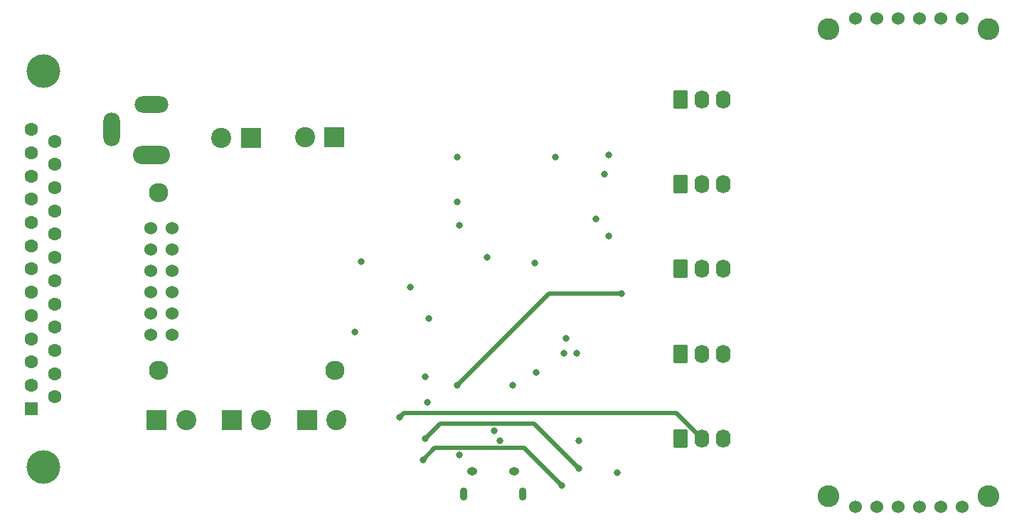
<source format=gbr>
%TF.GenerationSoftware,KiCad,Pcbnew,(6.0.0-0)*%
%TF.CreationDate,2022-12-05T15:29:02-05:00*%
%TF.ProjectId,Dome_Controller_V2,446f6d65-5f43-46f6-9e74-726f6c6c6572,2.0*%
%TF.SameCoordinates,Original*%
%TF.FileFunction,Copper,L3,Inr*%
%TF.FilePolarity,Positive*%
%FSLAX46Y46*%
G04 Gerber Fmt 4.6, Leading zero omitted, Abs format (unit mm)*
G04 Created by KiCad (PCBNEW (6.0.0-0)) date 2022-12-05 15:29:02*
%MOMM*%
%LPD*%
G01*
G04 APERTURE LIST*
G04 Aperture macros list*
%AMRoundRect*
0 Rectangle with rounded corners*
0 $1 Rounding radius*
0 $2 $3 $4 $5 $6 $7 $8 $9 X,Y pos of 4 corners*
0 Add a 4 corners polygon primitive as box body*
4,1,4,$2,$3,$4,$5,$6,$7,$8,$9,$2,$3,0*
0 Add four circle primitives for the rounded corners*
1,1,$1+$1,$2,$3*
1,1,$1+$1,$4,$5*
1,1,$1+$1,$6,$7*
1,1,$1+$1,$8,$9*
0 Add four rect primitives between the rounded corners*
20,1,$1+$1,$2,$3,$4,$5,0*
20,1,$1+$1,$4,$5,$6,$7,0*
20,1,$1+$1,$6,$7,$8,$9,0*
20,1,$1+$1,$8,$9,$2,$3,0*%
G04 Aperture macros list end*
%TA.AperFunction,ComponentPad*%
%ADD10R,2.400000X2.400000*%
%TD*%
%TA.AperFunction,ComponentPad*%
%ADD11C,2.400000*%
%TD*%
%TA.AperFunction,ComponentPad*%
%ADD12O,4.400000X2.200000*%
%TD*%
%TA.AperFunction,ComponentPad*%
%ADD13O,4.000000X2.000000*%
%TD*%
%TA.AperFunction,ComponentPad*%
%ADD14O,2.000000X4.000000*%
%TD*%
%TA.AperFunction,ComponentPad*%
%ADD15RoundRect,0.250000X-0.620000X-0.845000X0.620000X-0.845000X0.620000X0.845000X-0.620000X0.845000X0*%
%TD*%
%TA.AperFunction,ComponentPad*%
%ADD16O,1.740000X2.190000*%
%TD*%
%TA.AperFunction,ComponentPad*%
%ADD17O,1.250000X0.950000*%
%TD*%
%TA.AperFunction,ComponentPad*%
%ADD18O,0.890000X1.550000*%
%TD*%
%TA.AperFunction,ComponentPad*%
%ADD19C,1.524000*%
%TD*%
%TA.AperFunction,ComponentPad*%
%ADD20C,2.300000*%
%TD*%
%TA.AperFunction,ComponentPad*%
%ADD21C,2.600000*%
%TD*%
%TA.AperFunction,ComponentPad*%
%ADD22C,4.000000*%
%TD*%
%TA.AperFunction,ComponentPad*%
%ADD23R,1.600000X1.600000*%
%TD*%
%TA.AperFunction,ComponentPad*%
%ADD24C,1.600000*%
%TD*%
%TA.AperFunction,ViaPad*%
%ADD25C,0.800000*%
%TD*%
%TA.AperFunction,Conductor*%
%ADD26C,0.500000*%
%TD*%
G04 APERTURE END LIST*
D10*
%TO.N,GND*%
%TO.C,J7*%
X75960000Y-99686000D03*
D11*
%TO.N,+5V*%
X79460000Y-99686000D03*
%TD*%
D12*
%TO.N,+12V*%
%TO.C,J14*%
X75314000Y-68124000D03*
D13*
%TO.N,GND*%
X75314000Y-62124000D03*
D14*
X70614000Y-65124000D03*
%TD*%
D15*
%TO.N,GND*%
%TO.C,J4*%
X138342000Y-81723000D03*
D16*
%TO.N,RX_RS*%
X140882000Y-81723000D03*
%TO.N,TX_RS*%
X143422000Y-81723000D03*
%TD*%
D17*
%TO.N,unconnected-(J1-Pad6)*%
%TO.C,J1*%
X118488000Y-105808000D03*
D18*
X112488000Y-108508000D03*
X119488000Y-108508000D03*
D17*
X113488000Y-105808000D03*
%TD*%
D15*
%TO.N,GND*%
%TO.C,J10*%
X138342000Y-61534000D03*
D16*
%TO.N,+5V*%
X140882000Y-61534000D03*
%TO.N,TX_PSI*%
X143422000Y-61534000D03*
%TD*%
D10*
%TO.N,GND*%
%TO.C,J9*%
X84899000Y-99686000D03*
D11*
%TO.N,+5V*%
X88399000Y-99686000D03*
%TD*%
D15*
%TO.N,GND*%
%TO.C,J11*%
X138342000Y-91817500D03*
D16*
%TO.N,RX_FU*%
X140882000Y-91817500D03*
%TO.N,TX_FU*%
X143422000Y-91817500D03*
%TD*%
D10*
%TO.N,GND*%
%TO.C,J8*%
X93838000Y-99686000D03*
D11*
%TO.N,+5V*%
X97338000Y-99686000D03*
%TD*%
D19*
%TO.N,+5V*%
%TO.C,U6*%
X75279000Y-76841000D03*
%TO.N,GND*%
X75279000Y-79381000D03*
X75279000Y-81921000D03*
%TO.N,+12V*%
X75279000Y-84461000D03*
%TO.N,unconnected-(U6-Pad5)*%
X75279000Y-87001000D03*
%TO.N,unconnected-(U6-Pad6)*%
X75279000Y-89541000D03*
%TO.N,unconnected-(U6-Pad7)*%
X77819000Y-89541000D03*
%TO.N,unconnected-(U6-Pad8)*%
X77819000Y-87001000D03*
%TO.N,+12V*%
X77819000Y-84461000D03*
%TO.N,GND*%
X77819000Y-81921000D03*
X77819000Y-79381000D03*
%TO.N,+5V*%
X77819000Y-76841000D03*
D20*
%TO.N,N/C*%
X76209000Y-72591000D03*
X76209000Y-93791000D03*
X97209000Y-93791000D03*
%TD*%
D10*
%TO.N,GND*%
%TO.C,J5*%
X87160000Y-66064000D03*
D11*
%TO.N,+12V*%
X83660000Y-66064000D03*
%TD*%
D19*
%TO.N,GND*%
%TO.C,U7*%
X159144000Y-110077000D03*
%TO.N,unconnected-(U7-Pad2)*%
X161684000Y-110077000D03*
%TO.N,SCL*%
X164224000Y-110077000D03*
%TO.N,SDA*%
X166764000Y-110077000D03*
%TO.N,+3.3V*%
X169304000Y-110077000D03*
%TO.N,+5V*%
X171844000Y-110077000D03*
%TO.N,GND*%
X159144000Y-51911000D03*
%TO.N,unconnected-(U7-Pad8)*%
X161684000Y-51911000D03*
%TO.N,SCL*%
X164224000Y-51911000D03*
%TO.N,SDA*%
X166764000Y-51911000D03*
%TO.N,+3.3V*%
X169304000Y-51911000D03*
%TO.N,+5V*%
X171844000Y-51911000D03*
D21*
%TO.N,N/C*%
X155969000Y-53181000D03*
X175019000Y-53181000D03*
X175019000Y-108807000D03*
X155969000Y-108807000D03*
%TD*%
D10*
%TO.N,GND*%
%TO.C,J6*%
X97086000Y-66060000D03*
D11*
%TO.N,+12V*%
X93586000Y-66060000D03*
%TD*%
D22*
%TO.N,unconnected-(J13-Pad0)*%
%TO.C,J13*%
X62423338Y-105272000D03*
X62423338Y-58172000D03*
D23*
%TO.N,+12V*%
X61003338Y-98342000D03*
D24*
X61003338Y-95572000D03*
%TO.N,GND*%
X61003338Y-92802000D03*
X61003338Y-90032000D03*
%TO.N,VBUS*%
X61003338Y-87262000D03*
%TO.N,D-*%
X61003338Y-84492000D03*
%TO.N,unconnected-(J13-Pad7)*%
X61003338Y-81722000D03*
%TO.N,unconnected-(J13-Pad8)*%
X61003338Y-78952000D03*
%TO.N,unconnected-(J13-Pad9)*%
X61003338Y-76182000D03*
%TO.N,GND*%
X61003338Y-73412000D03*
X61003338Y-70642000D03*
%TO.N,+12V*%
X61003338Y-67872000D03*
X61003338Y-65102000D03*
X63843338Y-96957000D03*
X63843338Y-94187000D03*
%TO.N,GND*%
X63843338Y-91417000D03*
X63843338Y-88647000D03*
X63843338Y-85877000D03*
%TO.N,D+*%
X63843338Y-83107000D03*
%TO.N,unconnected-(J13-Pad20)*%
X63843338Y-80337000D03*
%TO.N,unconnected-(J13-Pad21)*%
X63843338Y-77567000D03*
%TO.N,GND*%
X63843338Y-74797000D03*
X63843338Y-72027000D03*
%TO.N,+12V*%
X63843338Y-69257000D03*
X63843338Y-66487000D03*
%TD*%
D15*
%TO.N,GND*%
%TO.C,J12*%
X138342000Y-71628500D03*
D16*
%TO.N,RX_HP*%
X140882000Y-71628500D03*
%TO.N,TX_HP*%
X143422000Y-71628500D03*
%TD*%
D15*
%TO.N,GND*%
%TO.C,J16*%
X138342000Y-101912000D03*
D16*
%TO.N,+5V*%
X140882000Y-101912000D03*
%TO.N,CL_D*%
X143422000Y-101912000D03*
%TD*%
D25*
%TO.N,RX_FU*%
X128240000Y-75756000D03*
%TO.N,GND*%
X112027000Y-103907000D03*
X108346500Y-87612500D03*
X118357000Y-95545000D03*
X124684000Y-89980000D03*
X100300000Y-80836000D03*
X99538000Y-89218000D03*
%TO.N,+3.3V*%
X121128000Y-94044000D03*
X106142000Y-83884000D03*
X130780000Y-105982000D03*
%TO.N,VBUS*%
X107920000Y-94552000D03*
%TO.N,D-*%
X116111500Y-100965500D03*
%TO.N,D+*%
X116810000Y-102172000D03*
%TO.N,+5V*%
X111730000Y-95568000D03*
X126208000Y-105474000D03*
X107920000Y-101918000D03*
X124176000Y-107506000D03*
X107666000Y-104458000D03*
X108174000Y-97600000D03*
X104872000Y-99378000D03*
X131288000Y-84646000D03*
%TO.N,TX_RS*%
X121001000Y-80963000D03*
%TO.N,CL_D*%
X123414000Y-68390000D03*
%TO.N,TX_HP*%
X111730000Y-73724000D03*
%TO.N,RX_HP*%
X111984000Y-76518000D03*
%TO.N,TX_FU*%
X129764000Y-77788000D03*
%TO.N,TX_PSI*%
X115286000Y-80328000D03*
%TO.N,TXD0*%
X125954000Y-91758000D03*
X129764000Y-68136000D03*
%TO.N,RXD0*%
X124430000Y-91758000D03*
X129256000Y-70422000D03*
%TO.N,RESET*%
X126208000Y-102172000D03*
X111730000Y-68390000D03*
%TD*%
D26*
%TO.N,+5V*%
X109722011Y-100115989D02*
X107920000Y-101918000D01*
X126208000Y-105474000D02*
X120849989Y-100115989D01*
X105380000Y-98870000D02*
X137840000Y-98870000D01*
X109066511Y-103057489D02*
X119727489Y-103057489D01*
X122652000Y-84646000D02*
X111730000Y-95568000D01*
X119727489Y-103057489D02*
X124176000Y-107506000D01*
X104872000Y-99378000D02*
X105380000Y-98870000D01*
X120849989Y-100115989D02*
X109722011Y-100115989D01*
X107666000Y-104458000D02*
X109066511Y-103057489D01*
X137840000Y-98870000D02*
X140882000Y-101912000D01*
X131288000Y-84646000D02*
X122652000Y-84646000D01*
%TD*%
M02*

</source>
